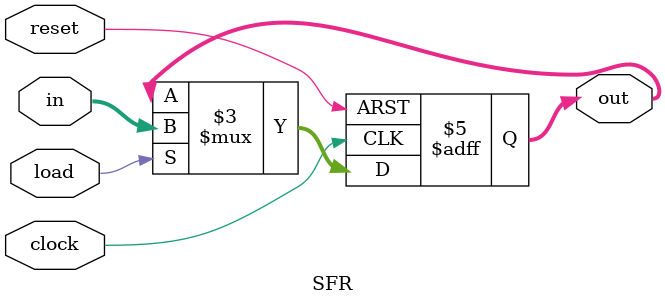
<source format=v>
module SFRDecoder(clock, ramWrite, address, SFRL1, SFRL2, SFRL3, SFRL4, SFRL5, SFRL6, SFRL7, SFRL8, SFRL9, SFRL10, SFRL11, SFRL12, SFRL13, SFRL14);
input clock;
input ramWrite;
input [31:0]address;
output reg SFRL1, SFRL2, SFRL3, SFRL4, SFRL5, SFRL6, SFRL7, SFRL8, SFRL9, SFRL10, SFRL11, SFRL12, SFRL13, SFRL14; 

initial begin
	SFRL1 = 0;
	SFRL2 = 0;
	SFRL3 = 0;
	SFRL4 = 0;
	SFRL5 = 0;
	SFRL6 = 0;
	SFRL7 = 0;
	SFRL8 = 0;
	SFRL9 = 0;
	SFRL10 = 0;
	SFRL11 = 0;
	SFRL12 = 0;
	SFRL13 = 0;
	SFRL14 = 0;
end

always @(posedge clock) begin
if (address[19:0] == 20'b0) begin
			case (address[31:20])
		12'b000000000001: 
			begin
				SFRL1 = ramWrite;
				SFRL2 = 0;
				SFRL3 = 0;
				SFRL4 = 0;
				SFRL5 = 0;
				SFRL6 = 0;
				SFRL7 = 0;
				SFRL8 = 0;
				SFRL9 = 0;
				SFRL10 = 0;
				SFRL11 = 0;
				SFRL12 = 0;
				SFRL13 = 0;
				SFRL14 = 0;
			end
		12'b000000000010:
			begin 
				SFRL1 = 0;
				SFRL2 = ramWrite;
				SFRL3 = 0;
				SFRL4 = 0;
				SFRL5 = 0;
				SFRL6 = 0;
				SFRL7 = 0;
				SFRL8 = 0;
				SFRL9 = 0;
				SFRL10 = 0;
				SFRL11 = 0;
				SFRL12 = 0;
				SFRL13 = 0;
				SFRL14 = 0;
			
			end
		12'b000000000011:
			begin 
				SFRL1 = 0;
				SFRL2 = 0;
				SFRL3 = ramWrite;
				SFRL4 = 0;
				SFRL5 = 0;
				SFRL6 = 0;
				SFRL7 = 0;
				SFRL8 = 0;
				SFRL9 = 0;
				SFRL10 = 0;
				SFRL11 = 0;
				SFRL12 = 0;
				SFRL13 = 0;
				SFRL14 = 0;
			end
		12'b000000000100:
			begin 
				SFRL1 = 0;
				SFRL2 = 0;
				SFRL3 = 0;
				SFRL4 = ramWrite;
				SFRL5 = 0;
				SFRL6 = 0;
				SFRL7 = 0;
				SFRL8 = 0;
				SFRL9 = 0;
				SFRL10 = 0;
				SFRL11 = 0;
				SFRL12 = 0;
				SFRL13 = 0;
				SFRL14 = 0;
			end
		12'b000000000101:
			begin 
				SFRL1 = 0;
				SFRL2 = 0;
				SFRL3 = 0;
				SFRL4 = 0;
				SFRL5 = ramWrite;
				SFRL6 = 0;
				SFRL7 = 0;
				SFRL8 = 0;
				SFRL9 = 0;
				SFRL10 = 0;
				SFRL11 = 0;
				SFRL12 = 0;
				SFRL13 = 0;
				SFRL14 = 0;
			end
		12'b000000000110:
			begin 
				SFRL1 = 0;
				SFRL2 = 0;
				SFRL3 = 0;
				SFRL4 = 0;
				SFRL5 = 0;
				SFRL6 = ramWrite;
				SFRL7 = 0;
				SFRL8 = 0;
				SFRL9 = 0;
				SFRL10 = 0;
				SFRL11 = 0;
				SFRL12 = 0;
				SFRL13 = 0;
				SFRL14 = 0;
			end
		12'b000000000111:
			begin 
				SFRL1 = 0;
				SFRL2 = 0;
				SFRL3 = 0;
				SFRL4 = 0;
				SFRL5 = 0;
				SFRL6 = 0;
				SFRL7 = ramWrite;
				SFRL8 = 0;
				SFRL9 = 0;
				SFRL10 = 0;
				SFRL11 = 0;
				SFRL12 = 0;
				SFRL13 = 0;
				SFRL14 = 0;
				
			end
		12'b000000001000:
			begin 
				SFRL1 = 0;
				SFRL2 = 0;
				SFRL3 = 0;
				SFRL4 = 0;
				SFRL5 = 0;
				SFRL6 = 0;
				SFRL7 = 0;
				SFRL8 = ramWrite;
				SFRL9 = 0;
				SFRL10 = 0;
				SFRL11 = 0;
				SFRL12 = 0;
				SFRL13 = 0;
				SFRL14 = 0;
				
			end
		12'b000000001001:
			begin 
				SFRL1 = 0;
				SFRL2 = 0;
				SFRL3 = 0;
				SFRL4 = 0;
				SFRL5 = 0;
				SFRL6 = 0;
				SFRL7 = 0;
				SFRL8 = 0;
				SFRL9 = ramWrite;
				SFRL10 = 0;
				SFRL11 = 0;
				SFRL12 = 0;
				SFRL13 = 0;
				SFRL14 = 0;
				
			end
		12'b000000001010:
			begin 
				SFRL1 = 0;
				SFRL2 = 0;
				SFRL3 = 0;
				SFRL4 = 0;
				SFRL5 = 0;
				SFRL6 = 0;
				SFRL7 = 0;
				SFRL8 = 0;
				SFRL9 = 0;
				SFRL10 = ramWrite;
				SFRL11 = 0;
				SFRL12 = 0;
				SFRL13 = 0;
				SFRL14 = 0;
			end
		12'b00000001011:
			begin 
				SFRL1 = 0;
				SFRL2 = 0;
				SFRL3 = 0;
				SFRL4 = 0;
				SFRL5 = 0;
				SFRL6 = 0;
				SFRL7 = 0;
				SFRL8 = 0;
				SFRL9 = 0;
				SFRL10 = 0;
				SFRL11 = ramWrite;
				SFRL12 = 0;
				SFRL13 = 0;
				SFRL14 = 0;
				
			end
		12'b00000001100:
			begin 
				SFRL1 = 0;
				SFRL2 = 0;
				SFRL3 = 0;
				SFRL4 = 0;
				SFRL5 = 0;
				SFRL6 = 0;
				SFRL7 = 0;
				SFRL8 = 0;
				SFRL9 = 0;
				SFRL10 = 0;
				SFRL11 = 0;
				SFRL12 = ramWrite;
				SFRL13 = 0;
				SFRL14 = 0;
			end
		12'b00000001101:
			begin 
				SFRL1 = 0;
				SFRL2 = 0;
				SFRL3 = 0;
				SFRL4 = 0;
				SFRL5 = 0;
				SFRL6 = 0;
				SFRL7 = 0;
				SFRL8 = 0;
				SFRL9 = 0;
				SFRL10 = 0;
				SFRL11 = 0;
				SFRL12 = 0;
				SFRL13 = ramWrite;
				SFRL14 = 0;
			end
		12'b00000001110:
			begin 
				SFRL1 = 0;
				SFRL2 = 0;
				SFRL3 = 0;
				SFRL4 = 0;
				SFRL5 = 0;
				SFRL6 = 0;
				SFRL7 = 0;
				SFRL8 = 0;
				SFRL9 = 0;
				SFRL10 = 0;
				SFRL11 = 0;
				SFRL12 = 0;
				SFRL13 = 0;
				SFRL14 = ramWrite;
			end
		default:
			begin
			SFRL1 = 0;
			SFRL2 = 0;
			SFRL3 = 0;
			SFRL4 = 0;
			SFRL5 = 0;
			SFRL6 = 0;
			SFRL7 = 0;
			SFRL8 = 0;
			SFRL9 = 0;
			SFRL10 = 0;
			SFRL11 = 0;
			SFRL12 = 0;
			SFRL13 = 0;
			SFRL14 = 0;
			end
		
		endcase
	end
end
endmodule

//SFR1 Load connected to SFRL1 from decoder

module SFR(load, clock, reset, in, out);
	parameter n = 64;
	input load, clock, reset;
	input [n-1:0] in;
	output reg [n-1:0] out;

	always @(negedge clock or negedge reset) begin
		if (~reset)
			out <= {n{1'b0}};
		else if(load)
			out <= in;
	end
endmodule




</source>
